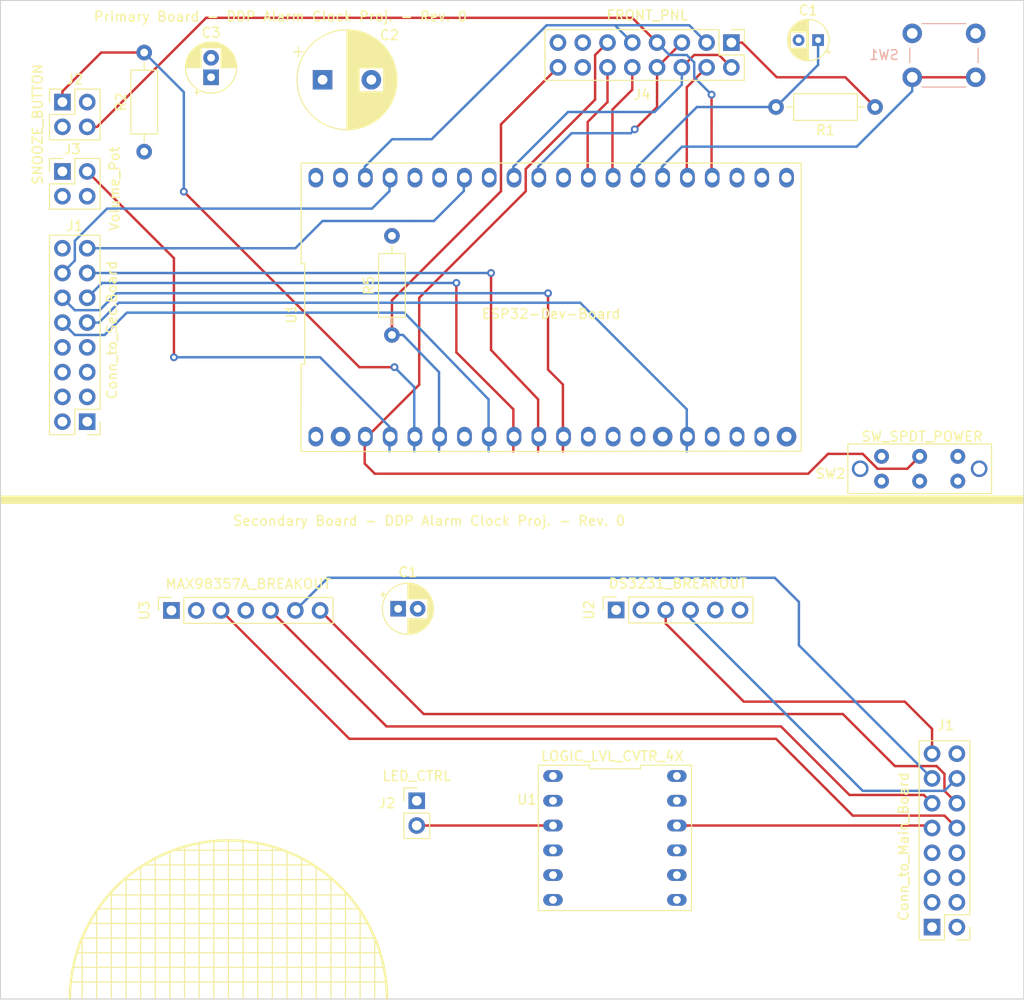
<source format=kicad_pcb>
(kicad_pcb (version 20171130) (host pcbnew "(5.1.5)-3")
  (layers (0 F.Cu signal) (1 PWR power hide) (2 GND power) (31 B.Cu signal) (34 B.Paste user) (35 F.Paste user) (36 B.SilkS user) (37 F.SilkS user) (38 B.Mask user) (39 F.Mask user) (44 Edge.Cuts user))
  (net 0 "")
  (net 1 GND)
  (net 2 "Net-(C1-Pad1)")
  (net 3 +5V)
  (net 4 +3V3)
  (net 5 /I2C_SDA)
  (net 6 /I2C_SCL)
  (net 7 /AUDIO_BCLK)
  (net 8 /AUDIO_LRC)
  (net 9 /AUDIO_DIN)
  (net 10 /AUDIO_SD)
  (net 11 /LED_CTRL)
  (net 12 /DIMMING)
  (net 13 /SNOOZE_SWITCH)
  (net 14 /VOLUME_SIG)
  (net 15 /T_IRQ)
  (net 16 /MISO)
  (net 17 /MOSI)
  (net 18 /T_CS)
  (net 19 /SCK)
  (net 20 /DC)
  (net 21 /RESET)
  (net 22 /CS)
  (net 23 /LIGHT_SENSE)
  (net 24 "Net-(SW1-Pad1)")
  (net 25 "Net-(SW2-Pad1)")
  (net 26 "Net-(U1-Pad0)")
  (net 27 "Net-(U1-Pad35)")
  (net 28 "Net-(U1-Pad34)")
  (net 29 "Net-(U1-Pad6)")
  (net 30 "Net-(U1-Pad29)")
  (net 31 "Net-(U1-Pad11)")
  (net 32 "Net-(U1-Pad12)")
  (net 33 "Net-(U1-Pad13)")
  (net 34 "Net-(U1-Pad16)")
  (net 35 "Net-(U1-Pad22)")
  (net 36 "Net-(U1-Pad17)")
  (net 37 "Net-(U1-Pad21)")
  (net 38 "Net-(U1-Pad18)")
  (net 39 "Net-(U1-Pad20)")
  (net 40 /LED_CTRL_5V)
  (net 41 "Net-(U1-Pad7)")
  (net 42 "Net-(U1-Pad5)")
  (net 43 "Net-(U1-Pad8)")
  (net 44 "Net-(U1-Pad4)")
  (net 45 "Net-(U1-Pad9)")
  (net 46 "Net-(U2-Pad6)")
  (net 47 "Net-(U2-Pad5)")
  (net 48 /AUDIO_SD_S)
  (net 49 /LED_CTRL_S)
  (net 50 /AUDIO_LRC_S)
  (net 51 /AUDIO_DIN_S)
  (net 52 /I2C_SCL_S)
  (net 53 /AUDIO_BCLK_S)
  (net 54 /I2C_SDA_S)
  (module AlarmClock:SW_SK22H03_2P2T_RA (layer F.Cu) (at 178.562 89.154)
    (fp_text reference SW2 (at -1.778 -2.032) (layer F.SilkS))
    (fp_text value SW_SPDT_POWER (at 7.62 -5.842) (layer F.SilkS))
    (pad 4 thru_hole circle (at 3.46 -1.27) (size 1.524 1.524) (drill 0.762) (layers *.Cu *.Mask))
    (pad 5 thru_hole circle (at 7.366 -1.27) (size 1.524 1.524) (drill 0.762) (layers *.Cu *.Mask))
    (pad 6 thru_hole circle (at 11.272 -1.27) (size 1.524 1.524) (drill 0.762) (layers *.Cu *.Mask))
    (pad 1 thru_hole circle (at 3.46 -3.81) (size 1.524 1.524) (drill 0.762) (layers *.Cu *.Mask) (net 25 "Net-(SW2-Pad1)"))
    (pad 3 thru_hole circle (at 11.272 -3.81) (size 1.524 1.524) (drill 0.762) (layers *.Cu *.Mask) (net 1 GND))
    (pad 2 thru_hole circle (at 7.366 -3.81) (size 1.524 1.524) (drill 0.762) (layers *.Cu *.Mask) (net 21 /RESET))
    (pad "" np_thru_hole circle (at 1.27 -2.54) (size 1.7 1.7) (drill 1.2) (layers *.Cu *.Mask))
    (pad "" np_thru_hole circle (at 13.462 -2.54) (size 1.7 1.7) (drill 1.2) (layers *.Cu *.Mask))
  )
  (module AlarmClock:ESP32_DEV_BOARD (layer F.Cu) (at 122.75 55.5)
    (fp_text reference U1 (at -1.23 15.24 90) (layer F.SilkS))
    (fp_text value ESP32-Dev-Board (at 25.4 15.24) (layer F.SilkS))
    (pad 0 thru_hole oval (at 1.27 1.27) (size 1.5 2) (drill 1.02) (layers *.Cu *.Mask) (net 26 "Net-(U1-Pad0)"))
    (pad 0 thru_hole oval (at 1.27 27.82) (size 1.5 2) (drill 1.02) (layers *.Cu *.Mask) (net 26 "Net-(U1-Pad0)"))
    (pad 38 thru_hole oval (at 3.81 1.27) (size 1.5 2) (drill 1.02) (layers *.Cu *.Mask) (net 1 GND))
    (pad 1 thru_hole circle (at 3.81 27.82) (size 2 2) (drill 1.02) (layers *.Cu *.Mask) (net 4 +3V3))
    (pad 37 thru_hole oval (at 6.35 1.27) (size 1.5 2) (drill 1.02) (layers *.Cu *.Mask) (net 17 /MOSI))
    (pad 2 thru_hole oval (at 6.35 27.82) (size 1.5 2) (drill 1.02) (layers *.Cu *.Mask) (net 21 /RESET))
    (pad 36 thru_hole oval (at 8.89 1.27) (size 1.5 2) (drill 1.02) (layers *.Cu *.Mask) (net 6 /I2C_SCL))
    (pad 3 thru_hole oval (at 8.89 27.82) (size 1.5 2) (drill 1.02) (layers *.Cu *.Mask) (net 14 /VOLUME_SIG))
    (pad 35 thru_hole oval (at 11.43 1.27) (size 1.5 2) (drill 1.02) (layers *.Cu *.Mask) (net 27 "Net-(U1-Pad35)"))
    (pad 4 thru_hole oval (at 11.43 27.82) (size 1.5 2) (drill 1.02) (layers *.Cu *.Mask) (net 13 /SNOOZE_SWITCH))
    (pad 34 thru_hole oval (at 13.97 1.27) (size 1.5 2) (drill 1.02) (layers *.Cu *.Mask) (net 28 "Net-(U1-Pad34)"))
    (pad 5 thru_hole oval (at 13.97 27.82) (size 1.5 2) (drill 1.02) (layers *.Cu *.Mask) (net 23 /LIGHT_SENSE))
    (pad 33 thru_hole oval (at 16.51 1.27) (size 1.5 2) (drill 1.02) (layers *.Cu *.Mask) (net 5 /I2C_SDA))
    (pad 6 thru_hole oval (at 16.51 27.82) (size 1.5 2) (drill 1.02) (layers *.Cu *.Mask) (net 29 "Net-(U1-Pad6)"))
    (pad 32 thru_hole oval (at 19.05 1.27) (size 1.5 2) (drill 1.02) (layers *.Cu *.Mask) (net 1 GND))
    (pad 7 thru_hole oval (at 19.05 27.82) (size 1.5 2) (drill 1.02) (layers *.Cu *.Mask) (net 10 /AUDIO_SD))
    (pad 31 thru_hole oval (at 21.59 1.27) (size 1.5 2) (drill 1.02) (layers *.Cu *.Mask) (net 16 /MISO))
    (pad 8 thru_hole oval (at 21.59 27.82) (size 1.5 2) (drill 1.02) (layers *.Cu *.Mask) (net 9 /AUDIO_DIN))
    (pad 30 thru_hole oval (at 24.13 1.27) (size 1.5 2) (drill 1.02) (layers *.Cu *.Mask) (net 19 /SCK))
    (pad 9 thru_hole oval (at 24.13 27.82) (size 1.5 2) (drill 1.02) (layers *.Cu *.Mask) (net 7 /AUDIO_BCLK))
    (pad 29 thru_hole oval (at 26.67 1.27) (size 1.5 2) (drill 1.02) (layers *.Cu *.Mask) (net 30 "Net-(U1-Pad29)"))
    (pad 10 thru_hole oval (at 26.67 27.82) (size 1.5 2) (drill 1.02) (layers *.Cu *.Mask) (net 8 /AUDIO_LRC))
    (pad 28 thru_hole oval (at 29.21 1.27) (size 1.5 2) (drill 1.02) (layers *.Cu *.Mask) (net 22 /CS))
    (pad 11 thru_hole oval (at 29.21 27.82) (size 1.5 2) (drill 1.02) (layers *.Cu *.Mask) (net 31 "Net-(U1-Pad11)"))
    (pad 27 thru_hole oval (at 31.75 1.27) (size 1.5 2) (drill 1.02) (layers *.Cu *.Mask) (net 20 /DC))
    (pad 12 thru_hole oval (at 31.75 27.82) (size 1.5 2) (drill 1.02) (layers *.Cu *.Mask) (net 32 "Net-(U1-Pad12)"))
    (pad 26 thru_hole oval (at 34.29 1.27) (size 1.5 2) (drill 1.02) (layers *.Cu *.Mask) (net 2 "Net-(C1-Pad1)"))
    (pad 13 thru_hole oval (at 34.29 27.82) (size 1.5 2) (drill 1.02) (layers *.Cu *.Mask) (net 33 "Net-(U1-Pad13)"))
    (pad 25 thru_hole oval (at 36.83 1.27) (size 1.5 2) (drill 1.02) (layers *.Cu *.Mask) (net 24 "Net-(SW1-Pad1)"))
    (pad 14 thru_hole circle (at 36.83 27.82) (size 2 2) (drill 1.02) (layers *.Cu *.Mask) (net 1 GND))
    (pad 24 thru_hole oval (at 39.37 1.27) (size 1.5 2) (drill 1.02) (layers *.Cu *.Mask) (net 18 /T_CS))
    (pad 15 thru_hole oval (at 39.37 27.82) (size 1.5 2) (drill 1.02) (layers *.Cu *.Mask) (net 11 /LED_CTRL))
    (pad 23 thru_hole oval (at 41.91 1.27) (size 1.5 2) (drill 1.02) (layers *.Cu *.Mask) (net 12 /DIMMING))
    (pad 16 thru_hole oval (at 41.91 27.82) (size 1.5 2) (drill 1.02) (layers *.Cu *.Mask) (net 34 "Net-(U1-Pad16)"))
    (pad 22 thru_hole oval (at 44.45 1.27) (size 1.5 2) (drill 1.02) (layers *.Cu *.Mask) (net 35 "Net-(U1-Pad22)"))
    (pad 17 thru_hole oval (at 44.45 27.82) (size 1.5 2) (drill 1.02) (layers *.Cu *.Mask) (net 36 "Net-(U1-Pad17)"))
    (pad 21 thru_hole oval (at 46.99 1.27) (size 1.5 2) (drill 1.02) (layers *.Cu *.Mask) (net 37 "Net-(U1-Pad21)"))
    (pad 18 thru_hole oval (at 46.99 27.82) (size 1.5 2) (drill 1.02) (layers *.Cu *.Mask) (net 38 "Net-(U1-Pad18)"))
    (pad 20 thru_hole oval (at 49.53 1.27) (size 1.5 2) (drill 1.02) (layers *.Cu *.Mask) (net 39 "Net-(U1-Pad20)"))
    (pad 19 thru_hole circle (at 49.53 27.82) (size 2 2) (drill 1.02) (layers *.Cu *.Mask) (net 3 +5V))
  )
  (module Button_Switch_THT:SW_PUSH_6mm (layer B.Cu) (at 185.166 46.482)
    (fp_text reference SW1 (at -2.8956 -2.286) (layer B.SilkS) (effects (justify mirror)))
    (fp_text value SW_Push_BOOT)
    (pad 1 thru_hole circle (at 6.5 0 270) (size 2 2) (drill 1.1) (layers *.Cu *.Mask) (net 24 "Net-(SW1-Pad1)"))
    (pad 2 thru_hole circle (at 6.5 -4.5 270) (size 2 2) (drill 1.1) (layers *.Cu *.Mask) (net 1 GND))
    (pad 1 thru_hole circle (at 0 0 270) (size 2 2) (drill 1.1) (layers *.Cu *.Mask) (net 24 "Net-(SW1-Pad1)"))
    (pad 2 thru_hole circle (at 0 -4.5 270) (size 2 2) (drill 1.1) (layers *.Cu *.Mask) (net 1 GND))
  )
  (module Resistor_THT:R_Axial_DIN0207_L6.3mm_D2.5mm_P10.16mm_Horizontal (layer F.Cu) (at 106.426 54.102 90)
    (fp_text reference R2 (at 5.08 -2.37 90) (layer F.SilkS))
    (fp_text value R_US_5K)
    (pad 1 thru_hole circle (at 0 0 90) (size 1.6 1.6) (drill 0.8) (layers *.Cu *.Mask) (net 4 +3V3))
    (pad 2 thru_hole oval (at 10.16 0 90) (size 1.6 1.6) (drill 0.8) (layers *.Cu *.Mask) (net 13 /SNOOZE_SWITCH))
  )
  (module Connector_PinHeader_2.54mm:PinHeader_2x02_P2.54mm_Vertical (layer F.Cu) (at 98.044 49.022)
    (fp_text reference J2 (at 1.27 -2.33) (layer F.SilkS))
    (fp_text value SNOOZE_BUTTON (at -2.54 2.286 90) (layer F.SilkS))
    (pad 4 thru_hole oval (at 2.54 2.54) (size 1.7 1.7) (drill 1) (layers *.Cu *.Mask) (net 12 /DIMMING))
    (pad 3 thru_hole oval (at 0 2.54) (size 1.7 1.7) (drill 1) (layers *.Cu *.Mask) (net 1 GND))
    (pad 2 thru_hole oval (at 2.54 0) (size 1.7 1.7) (drill 1) (layers *.Cu *.Mask) (net 1 GND))
    (pad 1 thru_hole rect (at 0 0) (size 1.7 1.7) (drill 1) (layers *.Cu *.Mask) (net 13 /SNOOZE_SWITCH))
  )
  (module Capacitor_THT:CP_Radial_D10.0mm_P5.00mm (layer F.Cu) (at 124.714 46.736)
    (fp_text reference C2 (at 6.858 -4.572) (layer F.SilkS))
    (fp_text value CP_1000uF)
    (pad 2 thru_hole circle (at 5 0) (size 2 2) (drill 1) (layers *.Cu *.Mask) (net 1 GND))
    (pad 1 thru_hole rect (at 0 0) (size 2 2) (drill 1) (layers *.Cu *.Mask) (net 3 +5V))
  )
  (module Connector_PinHeader_2.54mm:PinHeader_2x08_P2.54mm_Vertical (layer F.Cu) (at 166.624 42.926 270)
    (fp_text reference J4 (at 5.334 9.144 180) (layer F.SilkS))
    (fp_text value FRONT_PNL (at -2.794 8.636 180) (layer F.SilkS))
    (pad 1 thru_hole rect (at 0 0 270) (size 1.7 1.7) (drill 1) (layers *.Cu *.Mask) (net 15 /T_IRQ))
    (pad 2 thru_hole oval (at 2.54 0 270) (size 1.7 1.7) (drill 1) (layers *.Cu *.Mask) (net 16 /MISO))
    (pad 3 thru_hole oval (at 0 2.54 270) (size 1.7 1.7) (drill 1) (layers *.Cu *.Mask) (net 17 /MOSI))
    (pad 4 thru_hole oval (at 2.54 2.54 270) (size 1.7 1.7) (drill 1) (layers *.Cu *.Mask) (net 18 /T_CS))
    (pad 5 thru_hole oval (at 0 5.08 270) (size 1.7 1.7) (drill 1) (layers *.Cu *.Mask) (net 19 /SCK))
    (pad 6 thru_hole oval (at 2.54 5.08 270) (size 1.7 1.7) (drill 1) (layers *.Cu *.Mask) (net 16 /MISO))
    (pad 7 thru_hole oval (at 0 7.62 270) (size 1.7 1.7) (drill 1) (layers *.Cu *.Mask) (net 12 /DIMMING))
    (pad 8 thru_hole oval (at 2.54 7.62 270) (size 1.7 1.7) (drill 1) (layers *.Cu *.Mask) (net 19 /SCK))
    (pad 9 thru_hole oval (at 0 10.16 270) (size 1.7 1.7) (drill 1) (layers *.Cu *.Mask) (net 17 /MOSI))
    (pad 10 thru_hole oval (at 2.54 10.16 270) (size 1.7 1.7) (drill 1) (layers *.Cu *.Mask) (net 20 /DC))
    (pad 11 thru_hole oval (at 0 12.7 270) (size 1.7 1.7) (drill 1) (layers *.Cu *.Mask) (net 21 /RESET))
    (pad 12 thru_hole oval (at 2.54 12.7 270) (size 1.7 1.7) (drill 1) (layers *.Cu *.Mask) (net 22 /CS))
    (pad 13 thru_hole oval (at 0 15.24 270) (size 1.7 1.7) (drill 1) (layers *.Cu *.Mask) (net 1 GND))
    (pad 14 thru_hole oval (at 2.54 15.24 270) (size 1.7 1.7) (drill 1) (layers *.Cu *.Mask) (net 4 +3V3))
    (pad 15 thru_hole oval (at 0 17.78 270) (size 1.7 1.7) (drill 1) (layers *.Cu *.Mask) (net 4 +3V3))
    (pad 16 thru_hole oval (at 2.54 17.78 270) (size 1.7 1.7) (drill 1) (layers *.Cu *.Mask) (net 23 /LIGHT_SENSE))
  )
  (module Connector_PinHeader_2.54mm:PinHeader_2x08_P2.54mm_Vertical (layer F.Cu) (at 100.584 81.788 180)
    (fp_text reference J1 (at 1.27 20.066) (layer F.SilkS))
    (fp_text value Conn_to_Sec.Board (at -2.54 9.398 90) (layer F.SilkS))
    (pad 16 thru_hole oval (at 2.54 17.78 180) (size 1.7 1.7) (drill 1) (layers *.Cu *.Mask))
    (pad 15 thru_hole oval (at 0 17.78 180) (size 1.7 1.7) (drill 1) (layers *.Cu *.Mask) (net 5 /I2C_SDA))
    (pad 14 thru_hole oval (at 2.54 15.24 180) (size 1.7 1.7) (drill 1) (layers *.Cu *.Mask) (net 6 /I2C_SCL))
    (pad 13 thru_hole oval (at 0 15.24 180) (size 1.7 1.7) (drill 1) (layers *.Cu *.Mask) (net 7 /AUDIO_BCLK))
    (pad 12 thru_hole oval (at 2.54 12.7 180) (size 1.7 1.7) (drill 1) (layers *.Cu *.Mask) (net 8 /AUDIO_LRC))
    (pad 11 thru_hole oval (at 0 12.7 180) (size 1.7 1.7) (drill 1) (layers *.Cu *.Mask) (net 9 /AUDIO_DIN))
    (pad 10 thru_hole oval (at 2.54 10.16 180) (size 1.7 1.7) (drill 1) (layers *.Cu *.Mask) (net 10 /AUDIO_SD))
    (pad 9 thru_hole oval (at 0 10.16 180) (size 1.7 1.7) (drill 1) (layers *.Cu *.Mask) (net 11 /LED_CTRL))
    (pad 8 thru_hole oval (at 2.54 7.62 180) (size 1.7 1.7) (drill 1) (layers *.Cu *.Mask) (net 4 +3V3))
    (pad 7 thru_hole oval (at 0 7.62 180) (size 1.7 1.7) (drill 1) (layers *.Cu *.Mask) (net 4 +3V3))
    (pad 6 thru_hole oval (at 2.54 5.08 180) (size 1.7 1.7) (drill 1) (layers *.Cu *.Mask) (net 1 GND))
    (pad 5 thru_hole oval (at 0 5.08 180) (size 1.7 1.7) (drill 1) (layers *.Cu *.Mask) (net 1 GND))
    (pad 4 thru_hole oval (at 2.54 2.54 180) (size 1.7 1.7) (drill 1) (layers *.Cu *.Mask) (net 3 +5V))
    (pad 3 thru_hole oval (at 0 2.54 180) (size 1.7 1.7) (drill 1) (layers *.Cu *.Mask) (net 3 +5V))
    (pad 2 thru_hole oval (at 2.54 0 180) (size 1.7 1.7) (drill 1) (layers *.Cu *.Mask) (net 1 GND))
    (pad 1 thru_hole rect (at 0 0 180) (size 1.7 1.7) (drill 1) (layers *.Cu *.Mask) (net 1 GND))
  )
  (module Connector_PinHeader_2.54mm:PinHeader_2x02_P2.54mm_Vertical (layer F.Cu) (at 98.044 56.134)
    (fp_text reference J3 (at 1.016 -2.286) (layer F.SilkS))
    (fp_text value Volume_Pot (at 5.334 1.778 90) (layer F.SilkS))
    (pad 1 thru_hole rect (at 0 0) (size 1.7 1.7) (drill 1) (layers *.Cu *.Mask) (net 4 +3V3))
    (pad 2 thru_hole oval (at 2.54 0) (size 1.7 1.7) (drill 1) (layers *.Cu *.Mask) (net 14 /VOLUME_SIG))
    (pad 3 thru_hole oval (at 0 2.54) (size 1.7 1.7) (drill 1) (layers *.Cu *.Mask) (net 1 GND))
    (pad 4 thru_hole oval (at 2.54 2.54) (size 1.7 1.7) (drill 1) (layers *.Cu *.Mask))
  )
  (module Resistor_THT:R_Axial_DIN0207_L6.3mm_D2.5mm_P10.16mm_Horizontal (layer F.Cu) (at 181.356 49.53 180)
    (fp_text reference R1 (at 5.08 -2.37) (layer F.SilkS))
    (fp_text value R_5k)
    (pad 2 thru_hole oval (at 10.16 0 180) (size 1.6 1.6) (drill 0.8) (layers *.Cu *.Mask) (net 2 "Net-(C1-Pad1)"))
    (pad 1 thru_hole circle (at 0 0 180) (size 1.6 1.6) (drill 0.8) (layers *.Cu *.Mask) (net 15 /T_IRQ))
  )
  (module Capacitor_THT:CP_Radial_D4.0mm_P2.00mm (layer F.Cu) (at 175.514 42.672 180)
    (fp_text reference C1 (at 1.016 3.048) (layer F.SilkS))
    (fp_text value CP_.1Uf)
    (pad 2 thru_hole circle (at 2 0 180) (size 1.2 1.2) (drill 0.6) (layers *.Cu *.Mask) (net 1 GND))
    (pad 1 thru_hole rect (at 0 0 180) (size 1.2 1.2) (drill 0.6) (layers *.Cu *.Mask) (net 2 "Net-(C1-Pad1)"))
  )
  (module Resistor_THT:R_Axial_DIN0207_L6.3mm_D2.5mm_P10.16mm_Horizontal (layer F.Cu) (at 131.826 72.898 90)
    (fp_text reference R5 (at 5.08 -2.37 90) (layer F.SilkS))
    (fp_text value R_51K)
    (pad 2 thru_hole oval (at 10.16 0 90) (size 1.6 1.6) (drill 0.8) (layers *.Cu *.Mask) (net 1 GND))
    (pad 1 thru_hole circle (at 0 0 90) (size 1.6 1.6) (drill 0.8) (layers *.Cu *.Mask) (net 23 /LIGHT_SENSE))
  )
  (module Capacitor_THT:CP_Radial_D5.0mm_P2.00mm (layer F.Cu) (at 113.284 46.482 90)
    (fp_text reference C3 (at 4.572 0 180) (layer F.SilkS))
    (fp_text value CP_220uF)
    (pad 2 thru_hole circle (at 2 0 90) (size 1.6 1.6) (drill 0.8) (layers *.Cu *.Mask) (net 1 GND))
    (pad 1 thru_hole rect (at 0 0 90) (size 1.6 1.6) (drill 0.8) (layers *.Cu *.Mask) (net 4 +3V3))
  )
  (module Connector_PinSocket_2.54mm:PinSocket_1x06_P2.54mm_Vertical (layer F.Cu) (at 154.813 101.092 90)
    (fp_text reference U2 (at 0 -2.77 90) (layer F.SilkS))
    (fp_text value DS3231_BREAKOUT (at 2.714001 6.313999 180) (layer F.SilkS))
    (pad 6 thru_hole oval (at 0 12.7 90) (size 1.7 1.7) (drill 1) (layers *.Cu *.Mask) (net 46 "Net-(U2-Pad6)"))
    (pad 5 thru_hole oval (at 0 10.16 90) (size 1.7 1.7) (drill 1) (layers *.Cu *.Mask) (net 47 "Net-(U2-Pad5)"))
    (pad 4 thru_hole oval (at 0 7.62 90) (size 1.7 1.7) (drill 1) (layers *.Cu *.Mask) (net 52 /I2C_SCL_S))
    (pad 3 thru_hole oval (at 0 5.08 90) (size 1.7 1.7) (drill 1) (layers *.Cu *.Mask) (net 54 /I2C_SDA_S))
    (pad 2 thru_hole oval (at 0 2.54 90) (size 1.7 1.7) (drill 1) (layers *.Cu *.Mask) (net 4 +3V3))
    (pad 1 thru_hole rect (at 0 0 90) (size 1.7 1.7) (drill 1) (layers *.Cu *.Mask) (net 1 GND))
  )
  (module Connector_PinHeader_2.54mm:PinHeader_1x02_P2.54mm_Vertical (layer F.Cu) (at 134.366 120.65)
    (fp_text reference J2 (at -3.048 0.254) (layer F.SilkS))
    (fp_text value LED_CTRL (at 0 -2.54) (layer F.SilkS))
    (pad 2 thru_hole oval (at 0 2.54) (size 1.7 1.7) (drill 1) (layers *.Cu *.Mask) (net 40 /LED_CTRL_5V))
    (pad 1 thru_hole rect (at 0 0) (size 1.7 1.7) (drill 1) (layers *.Cu *.Mask) (net 1 GND))
  )
  (module AlarmClock:PinHeader_2x08_P2.54mm_Vertical_REV (layer F.Cu) (at 189.738 133.604 180)
    (fp_text reference J1 (at 1.143 20.701) (layer F.SilkS))
    (fp_text value Conn_to_Main_Board (at 5.461 8.255 90) (layer F.SilkS))
    (pad 2 thru_hole circle (at 0 0 180) (size 1.7 1.7) (drill 1) (layers *.Cu *.Mask) (net 1 GND))
    (pad 1 thru_hole rect (at 2.54 0 180) (size 1.7 1.7) (drill 1) (layers *.Cu *.Mask) (net 1 GND))
    (pad 4 thru_hole oval (at 0 2.54 180) (size 1.7 1.7) (drill 1) (layers *.Cu *.Mask) (net 3 +5V))
    (pad 3 thru_hole oval (at 2.54 2.54 180) (size 1.7 1.7) (drill 1) (layers *.Cu *.Mask) (net 3 +5V))
    (pad 6 thru_hole oval (at 0 5.08 180) (size 1.7 1.7) (drill 1) (layers *.Cu *.Mask) (net 1 GND))
    (pad 5 thru_hole oval (at 2.54 5.08 180) (size 1.7 1.7) (drill 1) (layers *.Cu *.Mask) (net 1 GND))
    (pad 8 thru_hole oval (at 0 7.62 180) (size 1.7 1.7) (drill 1) (layers *.Cu *.Mask) (net 4 +3V3))
    (pad 7 thru_hole oval (at 2.54 7.62 180) (size 1.7 1.7) (drill 1) (layers *.Cu *.Mask) (net 4 +3V3))
    (pad 10 thru_hole oval (at 0 10.16 180) (size 1.7 1.7) (drill 1) (layers *.Cu *.Mask) (net 48 /AUDIO_SD_S))
    (pad 9 thru_hole oval (at 2.54 10.16 180) (size 1.7 1.7) (drill 1) (layers *.Cu *.Mask) (net 49 /LED_CTRL_S))
    (pad 12 thru_hole oval (at 0 12.7 180) (size 1.7 1.7) (drill 1) (layers *.Cu *.Mask) (net 50 /AUDIO_LRC_S))
    (pad 11 thru_hole oval (at 2.54 12.7 180) (size 1.7 1.7) (drill 1) (layers *.Cu *.Mask) (net 51 /AUDIO_DIN_S))
    (pad 14 thru_hole oval (at 0 15.24 180) (size 1.7 1.7) (drill 1) (layers *.Cu *.Mask) (net 52 /I2C_SCL_S))
    (pad 13 thru_hole oval (at 2.54 15.24 180) (size 1.7 1.7) (drill 1) (layers *.Cu *.Mask) (net 53 /AUDIO_BCLK_S))
    (pad 16 thru_hole oval (at 0 17.78 180) (size 1.7 1.7) (drill 1) (layers *.Cu *.Mask))
    (pad 15 thru_hole oval (at 2.54 17.78 180) (size 1.7 1.7) (drill 1) (layers *.Cu *.Mask) (net 54 /I2C_SDA_S))
  )
  (module Connector_PinSocket_2.54mm:PinSocket_1x07_P2.54mm_Vertical (layer F.Cu) (at 109.22 101.139001 90)
    (fp_text reference U3 (at 0 -2.77 90) (layer F.SilkS))
    (fp_text value MAX98357A_BREAKOUT (at 2.714001 7.874 180) (layer F.SilkS))
    (pad 7 thru_hole oval (at 0 15.24 90) (size 1.7 1.7) (drill 1) (layers *.Cu *.Mask) (net 50 /AUDIO_LRC_S))
    (pad 6 thru_hole oval (at 0 12.7 90) (size 1.7 1.7) (drill 1) (layers *.Cu *.Mask) (net 53 /AUDIO_BCLK_S))
    (pad 5 thru_hole oval (at 0 10.16 90) (size 1.7 1.7) (drill 1) (layers *.Cu *.Mask) (net 51 /AUDIO_DIN_S))
    (pad 4 thru_hole oval (at 0 7.62 90) (size 1.7 1.7) (drill 1) (layers *.Cu *.Mask) (net 4 +3V3))
    (pad 3 thru_hole oval (at 0 5.08 90) (size 1.7 1.7) (drill 1) (layers *.Cu *.Mask) (net 48 /AUDIO_SD_S))
    (pad 2 thru_hole oval (at 0 2.54 90) (size 1.7 1.7) (drill 1) (layers *.Cu *.Mask) (net 1 GND))
    (pad 1 thru_hole rect (at 0 0 90) (size 1.7 1.7) (drill 1) (layers *.Cu *.Mask) (net 4 +3V3))
  )
  (module AlarmClock:LOGIC_LVL_CVTR_X4 (layer F.Cu) (at 147.066 132.08)
    (fp_text reference U1 (at -1.397 -11.557) (layer F.SilkS))
    (fp_text value LOGIC_LVL_CVTR_4X (at 7.366 -16.002) (layer F.SilkS))
    (pad 6 thru_hole oval (at 1.27 -1.27 270) (size 1.2 2) (drill 0.8) (layers *.Cu *.Mask) (net 29 "Net-(U1-Pad6)"))
    (pad 7 thru_hole oval (at 13.97 -1.27 270) (size 1.2 2) (drill 0.8) (layers *.Cu *.Mask) (net 41 "Net-(U1-Pad7)"))
    (pad 5 thru_hole oval (at 1.27 -3.81 270) (size 1.2 2) (drill 0.8) (layers *.Cu *.Mask) (net 42 "Net-(U1-Pad5)"))
    (pad 8 thru_hole oval (at 13.97 -3.81 270) (size 1.2 2) (drill 0.8) (layers *.Cu *.Mask) (net 43 "Net-(U1-Pad8)"))
    (pad 4 thru_hole oval (at 1.27 -6.35 270) (size 1.2 2) (drill 0.8) (layers *.Cu *.Mask) (net 44 "Net-(U1-Pad4)"))
    (pad 9 thru_hole oval (at 13.97 -6.35 270) (size 1.2 2) (drill 0.8) (layers *.Cu *.Mask) (net 45 "Net-(U1-Pad9)"))
    (pad 3 thru_hole oval (at 1.27 -8.89 270) (size 1.2 2) (drill 0.8) (layers *.Cu *.Mask) (net 40 /LED_CTRL_5V))
    (pad 10 thru_hole oval (at 13.97 -8.89 270) (size 1.2 2) (drill 0.8) (layers *.Cu *.Mask) (net 49 /LED_CTRL_S))
    (pad 2 thru_hole oval (at 1.27 -11.43 270) (size 1.2 2) (drill 0.8) (layers *.Cu *.Mask) (net 1 GND))
    (pad 11 thru_hole oval (at 13.97 -11.43 270) (size 1.2 2) (drill 0.8) (layers *.Cu *.Mask) (net 1 GND))
    (pad 1 thru_hole oval (at 1.27 -13.97 270) (size 1.2 2) (drill 0.8) (layers *.Cu *.Mask) (net 3 +5V))
    (pad 12 thru_hole oval (at 13.97 -13.97 270) (size 1.2 2) (drill 0.8) (layers *.Cu *.Mask) (net 4 +3V3))
  )
  (module Capacitor_THT:CP_Radial_D5.0mm_P2.00mm (layer F.Cu) (at 132.461 100.965)
    (fp_text reference C1 (at 1 -3.75) (layer F.SilkS))
    (fp_text value 100uF)
    (pad 2 thru_hole circle (at 2 0) (size 1.6 1.6) (drill 0.8) (layers *.Cu *.Mask) (net 1 GND))
    (pad 1 thru_hole rect (at 0 0) (size 1.6 1.6) (drill 0.8) (layers *.Cu *.Mask) (net 4 +3V3))
  )
  (gr_line (start 100.062 134.747) (end 100.062 140.97) (layer F.SilkS) (width 0.12))
  (gr_line (start 101.562 131.953) (end 101.562 140.97) (layer F.SilkS) (width 0.12))
  (gr_line (start 103.062 130.048) (end 103.062 140.97) (layer F.SilkS) (width 0.12))
  (gr_line (start 104.562 128.651) (end 104.562 140.97) (layer F.SilkS) (width 0.12))
  (gr_line (start 106.062 127.508) (end 106.062 140.97) (layer F.SilkS) (width 0.12))
  (gr_line (start 107.562 126.619) (end 107.562 140.97) (layer F.SilkS) (width 0.12))
  (gr_line (start 109.062 125.857) (end 109.062 140.97) (layer F.SilkS) (width 0.12))
  (gr_line (start 110.562 125.349) (end 110.562 140.97) (layer F.SilkS) (width 0.12))
  (gr_line (start 112.062 124.968) (end 112.062 140.97) (layer F.SilkS) (width 0.12))
  (gr_line (start 113.562 124.714) (end 113.562 140.97) (layer F.SilkS) (width 0.12))
  (gr_line (start 130.062 134.62) (end 130.062 140.97) (layer F.SilkS) (width 0.12))
  (gr_line (start 128.562 131.953) (end 128.562 140.97) (layer F.SilkS) (width 0.12))
  (gr_line (start 127.062 130.048) (end 127.062 140.97) (layer F.SilkS) (width 0.12))
  (gr_line (start 125.562 128.524) (end 125.562 140.97) (layer F.SilkS) (width 0.12))
  (gr_line (start 124.062 127.508) (end 124.062 140.97) (layer F.SilkS) (width 0.12))
  (gr_line (start 122.555 126.619) (end 122.562 140.97) (layer F.SilkS) (width 0.12))
  (gr_line (start 121.062 125.857) (end 121.062 140.97) (layer F.SilkS) (width 0.12))
  (gr_line (start 119.562 125.349) (end 119.562 140.97) (layer F.SilkS) (width 0.12))
  (gr_line (start 118.062 124.968) (end 118.062 140.97) (layer F.SilkS) (width 0.12))
  (gr_line (start 116.562 124.714) (end 116.562 140.97) (layer F.SilkS) (width 0.12))
  (gr_line (start 98.933 139.23) (end 131.191 139.23) (layer F.SilkS) (width 0.12))
  (gr_line (start 99.187 137.73) (end 130.937 137.73) (layer F.SilkS) (width 0.12))
  (gr_line (start 99.568 136.23) (end 130.556 136.23) (layer F.SilkS) (width 0.12))
  (gr_line (start 100.076 134.73) (end 130.048 134.73) (layer F.SilkS) (width 0.12))
  (gr_line (start 100.838 133.23) (end 129.286 133.23) (layer F.SilkS) (width 0.12))
  (gr_line (start 101.6 131.73) (end 128.524 131.73) (layer F.SilkS) (width 0.12))
  (gr_line (start 102.87 130.302) (end 127.254 130.302) (layer F.SilkS) (width 0.12))
  (gr_line (start 104.394 128.73) (end 125.73 128.73) (layer F.SilkS) (width 0.12))
  (gr_line (start 106.426 127.23) (end 123.698 127.23) (layer F.SilkS) (width 0.12))
  (gr_line (start 109.474 125.73) (end 120.65 125.73) (layer F.SilkS) (width 0.12))
  (gr_line (start 115.062 124.714) (end 115.062 140.97) (layer F.SilkS) (width 0.12))
  (gr_poly (pts (xy 196.596 90.17) (xy 91.694 90.17) (xy 91.694 89.408) (xy 196.596 89.408)) (layer F.SilkS) (width 0.1))
  (gr_line (start 196.596 89.408) (end 196.596 90.17) (layer Edge.Cuts) (width 0.1))
  (gr_line (start 91.694 89.408) (end 91.694 90.17) (layer Edge.Cuts) (width 0.1))
  (gr_line (start 91.694 89.408) (end 91.694 38.608) (layer Edge.Cuts) (width 0.1))
  (gr_line (start 196.596 38.608) (end 196.596 89.408) (layer Edge.Cuts) (width 0.1))
  (gr_line (start 91.694 38.608) (end 196.596 38.608) (layer Edge.Cuts) (width 0.1))
  (gr_text "Primary Board - DDP Alarm Clock Proj. - Rev. 0" (at 120.396 40.259) (layer F.SilkS) (effects (font (size 1 1))))
  (gr_text "Secondary Board - DDP Alarm Clock Proj. - Rev. 0" (at 135.636 91.948) (layer F.SilkS) (effects (font (size 1 1))))
  (gr_line (start 196.596 140.97) (end 91.694 140.97) (layer Edge.Cuts) (width 0.1))
  (gr_line (start 91.694 140.97) (end 91.694 90.17) (layer Edge.Cuts) (width 0.1))
  (gr_line (start 196.596 90.17) (end 196.596 140.97) (layer Edge.Cuts) (width 0.1))
  (gr_arc (start 115.062 140.97) (end 131.318 140.97) (angle -180) (layer F.SilkS) (width 0.25))
  (segment (start 171.196 49.53) (end 163.088 49.53) (width 0.25) (layer B.Cu) (net 2))
  (segment (start 175.514 45.212) (end 175.514 42.672) (width 0.25) (layer B.Cu) (net 2))
  (segment (start 163.088 49.53) (end 156.972 55.646) (width 0.25) (layer B.Cu) (net 2))
  (segment (start 171.196 49.53) (end 175.514 45.212) (width 0.25) (layer B.Cu) (net 2))
  (segment (start 156.972 55.646) (end 156.972 56.896) (width 0.25) (layer B.Cu) (net 2))
  (segment (start 148.59 118.11) (end 148.336 118.11) (width 0.5) (layer B.Cu) (net 3))
  (segment (start 136.124 61.214) (end 139.192 58.146) (width 0.25) (layer B.Cu) (net 5))
  (segment (start 133.604 61.214) (end 136.124 61.214) (width 0.25) (layer B.Cu) (net 5))
  (segment (start 121.92 64.008) (end 124.714 61.214) (width 0.25) (layer B.Cu) (net 5))
  (segment (start 100.584 64.008) (end 121.92 64.008) (width 0.25) (layer B.Cu) (net 5))
  (segment (start 124.714 61.214) (end 133.604 61.214) (width 0.25) (layer B.Cu) (net 5))
  (segment (start 139.192 58.146) (end 139.192 56.896) (width 0.25) (layer B.Cu) (net 5))
  (segment (start 99.314 65.278) (end 99.314 63.246) (width 0.25) (layer B.Cu) (net 6))
  (segment (start 98.044 66.548) (end 99.314 65.278) (width 0.25) (layer B.Cu) (net 6))
  (segment (start 129.774 59.944) (end 131.572 58.146) (width 0.25) (layer B.Cu) (net 6))
  (segment (start 131.572 58.146) (end 131.572 56.896) (width 0.25) (layer B.Cu) (net 6))
  (segment (start 99.314 63.246) (end 102.616 59.944) (width 0.25) (layer B.Cu) (net 6))
  (segment (start 102.616 59.944) (end 129.774 59.944) (width 0.25) (layer B.Cu) (net 6))
  (segment (start 141.986 74.442) (end 141.986 67.113685) (width 0.25) (layer F.Cu) (net 7))
  (segment (start 146.812 84.836) (end 146.812 79.502) (width 0.25) (layer F.Cu) (net 7))
  (segment (start 141.986 67.113685) (end 141.986 66.548) (width 0.25) (layer F.Cu) (net 7))
  (segment (start 146.812 79.502) (end 141.986 74.442) (width 0.25) (layer F.Cu) (net 7))
  (segment (start 100.584 66.548) (end 141.986 66.548) (width 0.25) (layer B.Cu) (net 7))
  (via (at 141.986 66.548) (size 0.8) (drill 0.4) (layers F.Cu B.Cu) (net 7))
  (segment (start 103.59501 68.61699) (end 147.262311 68.61699) (width 0.25) (layer B.Cu) (net 8))
  (segment (start 147.262311 68.61699) (end 147.827996 68.61699) (width 0.25) (layer B.Cu) (net 8))
  (segment (start 101.854 70.358) (end 103.59501 68.61699) (width 0.25) (layer B.Cu) (net 8))
  (segment (start 98.044 69.088) (end 99.314 70.358) (width 0.25) (layer B.Cu) (net 8))
  (segment (start 99.314 70.358) (end 101.854 70.358) (width 0.25) (layer B.Cu) (net 8))
  (via (at 147.827996 68.61699) (size 0.8) (drill 0.4) (layers F.Cu B.Cu) (net 8))
  (segment (start 149.352 77.978) (end 149.352 84.836) (width 0.25) (layer F.Cu) (net 8))
  (segment (start 147.827996 68.61699) (end 147.827996 76.453996) (width 0.25) (layer F.Cu) (net 8))
  (segment (start 147.827996 76.453996) (end 149.352 77.978) (width 0.25) (layer F.Cu) (net 8))
  (segment (start 137.864315 67.564012) (end 138.43 67.564012) (width 0.25) (layer B.Cu) (net 9))
  (segment (start 100.584 69.088) (end 102.107988 67.564012) (width 0.25) (layer B.Cu) (net 9))
  (segment (start 138.43 74.676) (end 144.272 80.518) (width 0.25) (layer F.Cu) (net 9))
  (segment (start 102.107988 67.564012) (end 137.864315 67.564012) (width 0.25) (layer B.Cu) (net 9))
  (segment (start 144.272 80.518) (end 144.272 84.836) (width 0.25) (layer F.Cu) (net 9))
  (segment (start 138.43 74.676) (end 138.43 67.564012) (width 0.25) (layer F.Cu) (net 9))
  (via (at 138.43 67.564012) (size 0.8) (drill 0.4) (layers F.Cu B.Cu) (net 9))
  (segment (start 104.648 70.612) (end 133.096 70.612) (width 0.25) (layer B.Cu) (net 10))
  (segment (start 133.096 70.612) (end 141.732 79.502) (width 0.25) (layer B.Cu) (net 10))
  (segment (start 102.362 72.898) (end 104.648 70.612) (width 0.25) (layer B.Cu) (net 10))
  (segment (start 141.732 84.836) (end 141.732 83.586) (width 0.25) (layer B.Cu) (net 10))
  (segment (start 99.314 72.898) (end 102.362 72.898) (width 0.25) (layer B.Cu) (net 10))
  (segment (start 98.044 71.628) (end 99.314 72.898) (width 0.25) (layer B.Cu) (net 10))
  (segment (start 141.732 83.586) (end 141.732 79.502) (width 0.25) (layer B.Cu) (net 10))
  (segment (start 162.052 80.518) (end 151.13 69.596) (width 0.25) (layer B.Cu) (net 11))
  (segment (start 101.786081 71.628) (end 103.818081 69.596) (width 0.25) (layer B.Cu) (net 11))
  (segment (start 103.818081 69.596) (end 151.13 69.596) (width 0.25) (layer B.Cu) (net 11))
  (segment (start 162.052 84.836) (end 162.052 80.518) (width 0.25) (layer B.Cu) (net 11))
  (segment (start 100.584 71.628) (end 101.786081 71.628) (width 0.25) (layer B.Cu) (net 11))
  (segment (start 101.6 51.562) (end 112.776 40.386) (width 0.25) (layer F.Cu) (net 12))
  (segment (start 100.584 51.562) (end 101.6 51.562) (width 0.25) (layer F.Cu) (net 12))
  (segment (start 112.776 40.386) (end 142.24 40.386) (width 0.25) (layer F.Cu) (net 12))
  (segment (start 142.24 40.386) (end 156.464 40.386) (width 0.25) (layer F.Cu) (net 12))
  (segment (start 164.592 51.054) (end 164.592 51.054) (width 0.25) (layer F.Cu) (net 12))
  (via (at 164.592 48.26) (size 0.8) (drill 0.4) (layers F.Cu B.Cu) (net 12))
  (segment (start 164.592 56.896) (end 164.592 48.26) (width 0.25) (layer F.Cu) (net 12))
  (segment (start 158.154001 42.076001) (end 156.464 40.386) (width 0.25) (layer F.Cu) (net 12))
  (segment (start 159.004 42.926) (end 158.154001 42.076001) (width 0.25) (layer F.Cu) (net 12))
  (segment (start 159.853999 43.775999) (end 159.004 42.926) (width 0.25) (layer B.Cu) (net 12))
  (segment (start 162.814 46.482) (end 162.814 44.958) (width 0.25) (layer B.Cu) (net 12))
  (segment (start 162.814 44.958) (end 162.052 44.196) (width 0.25) (layer B.Cu) (net 12))
  (segment (start 164.592 48.26) (end 162.814 46.482) (width 0.25) (layer B.Cu) (net 12))
  (segment (start 162.052 44.196) (end 160.274 44.196) (width 0.25) (layer B.Cu) (net 12))
  (segment (start 160.274 44.196) (end 159.853999 43.775999) (width 0.25) (layer B.Cu) (net 12))
  (segment (start 128.48701 76.2) (end 110.889999 58.602989) (width 0.25) (layer F.Cu) (net 13))
  (segment (start 132.08 76.2) (end 128.48701 76.2) (width 0.25) (layer F.Cu) (net 13))
  (segment (start 98.044 47.922) (end 102.024 43.942) (width 0.25) (layer F.Cu) (net 13))
  (segment (start 134.112 78.232) (end 132.08 76.2) (width 0.25) (layer B.Cu) (net 13))
  (segment (start 110.889999 58.602989) (end 110.49 58.20299) (width 0.25) (layer F.Cu) (net 13))
  (segment (start 106.426 43.942) (end 110.49 48.006) (width 0.25) (layer B.Cu) (net 13))
  (segment (start 110.49 48.006) (end 110.49 58.20299) (width 0.25) (layer B.Cu) (net 13))
  (segment (start 98.044 49.022) (end 98.044 47.922) (width 0.25) (layer F.Cu) (net 13))
  (segment (start 134.112 84.836) (end 134.112 78.232) (width 0.25) (layer B.Cu) (net 13))
  (segment (start 105.29463 43.942) (end 106.426 43.942) (width 0.25) (layer F.Cu) (net 13))
  (segment (start 102.024 43.942) (end 105.29463 43.942) (width 0.25) (layer F.Cu) (net 13))
  (via (at 132.08 76.2) (size 0.8) (drill 0.4) (layers F.Cu B.Cu) (net 13))
  (via (at 110.49 58.20299) (size 0.8) (drill 0.4) (layers F.Cu B.Cu) (net 13))
  (segment (start 109.474 75.184) (end 109.474 65.024) (width 0.25) (layer F.Cu) (net 14))
  (segment (start 109.474 65.024) (end 100.584 56.134) (width 0.25) (layer F.Cu) (net 14))
  (via (at 109.474 75.184) (size 0.8) (drill 0.4) (layers F.Cu B.Cu) (net 14))
  (segment (start 124.46 75.184) (end 109.474 75.184) (width 0.25) (layer B.Cu) (net 14))
  (segment (start 131.572 84.836) (end 131.572 82.296) (width 0.25) (layer B.Cu) (net 14))
  (segment (start 131.572 82.296) (end 124.46 75.184) (width 0.25) (layer B.Cu) (net 14))
  (segment (start 166.624 42.926) (end 167.724 42.926) (width 0.25) (layer F.Cu) (net 15))
  (segment (start 178.308 46.482) (end 181.356 49.53) (width 0.25) (layer F.Cu) (net 15))
  (segment (start 167.724 42.926) (end 171.28 46.482) (width 0.25) (layer F.Cu) (net 15))
  (segment (start 171.28 46.482) (end 178.308 46.482) (width 0.25) (layer F.Cu) (net 15))
  (segment (start 162.814 44.196) (end 165.354 44.196) (width 0.25) (layer F.Cu) (net 16))
  (segment (start 149.88 50.038) (end 158.75 50.038) (width 0.25) (layer B.Cu) (net 16))
  (segment (start 144.272 56.896) (end 144.272 55.646) (width 0.25) (layer B.Cu) (net 16))
  (segment (start 165.354 44.196) (end 165.774001 44.616001) (width 0.25) (layer F.Cu) (net 16))
  (segment (start 165.774001 44.616001) (end 166.624 45.466) (width 0.25) (layer F.Cu) (net 16))
  (segment (start 161.544 45.466) (end 162.814 44.196) (width 0.25) (layer F.Cu) (net 16))
  (segment (start 158.75 50.038) (end 161.544 47.244) (width 0.25) (layer B.Cu) (net 16))
  (segment (start 144.272 55.646) (end 149.88 50.038) (width 0.25) (layer B.Cu) (net 16))
  (segment (start 161.544 47.244) (end 161.544 45.466) (width 0.25) (layer B.Cu) (net 16))
  (segment (start 129.032 55.646) (end 131.846 52.832) (width 0.25) (layer B.Cu) (net 17))
  (segment (start 156.464 41.148) (end 154.686 41.148) (width 0.25) (layer B.Cu) (net 17))
  (segment (start 164.084 42.926) (end 162.306 41.148) (width 0.25) (layer B.Cu) (net 17))
  (segment (start 156.464 42.926) (end 154.686 41.148) (width 0.25) (layer B.Cu) (net 17))
  (segment (start 129.032 56.896) (end 129.032 55.646) (width 0.25) (layer B.Cu) (net 17))
  (segment (start 158.242 41.148) (end 156.464 41.148) (width 0.25) (layer B.Cu) (net 17))
  (segment (start 131.846 52.832) (end 135.89 52.832) (width 0.25) (layer B.Cu) (net 17))
  (segment (start 147.683787 41.148) (end 154.686 41.148) (width 0.25) (layer B.Cu) (net 17))
  (segment (start 135.89 52.832) (end 147.683787 41.148) (width 0.25) (layer B.Cu) (net 17))
  (segment (start 162.306 41.148) (end 158.242 41.148) (width 0.25) (layer B.Cu) (net 17))
  (segment (start 164.084 45.466) (end 162.052 47.498) (width 0.25) (layer F.Cu) (net 18))
  (segment (start 162.052 47.498) (end 162.052 56.896) (width 0.25) (layer F.Cu) (net 18))
  (segment (start 159.004 49.53) (end 158.242 50.292) (width 0.25) (layer F.Cu) (net 19))
  (segment (start 159.004 45.466) (end 159.004 49.53) (width 0.25) (layer F.Cu) (net 19))
  (segment (start 158.242 50.292) (end 156.718 51.816) (width 0.25) (layer F.Cu) (net 19))
  (segment (start 146.812 55.646) (end 146.812 56.896) (width 0.25) (layer B.Cu) (net 19))
  (segment (start 156.318001 52.215999) (end 150.242001 52.215999) (width 0.25) (layer B.Cu) (net 19))
  (segment (start 150.242001 52.215999) (end 146.812 55.646) (width 0.25) (layer B.Cu) (net 19))
  (segment (start 156.718 51.816) (end 156.318001 52.215999) (width 0.25) (layer B.Cu) (net 19))
  (via (at 156.718 51.816) (size 0.8) (drill 0.4) (layers F.Cu B.Cu) (net 19))
  (segment (start 159.853999 44.616001) (end 161.544 42.926) (width 0.25) (layer F.Cu) (net 19))
  (segment (start 159.004 45.466) (end 159.853999 44.616001) (width 0.25) (layer F.Cu) (net 19))
  (segment (start 156.464 45.466) (end 156.464 47.752) (width 0.25) (layer F.Cu) (net 20))
  (segment (start 156.464 47.752) (end 154.432 49.784) (width 0.25) (layer F.Cu) (net 20))
  (segment (start 154.432 49.784) (end 154.432 56.896) (width 0.25) (layer F.Cu) (net 20))
  (segment (start 185.166001 86.105999) (end 185.928 85.344) (width 0.25) (layer F.Cu) (net 21))
  (segment (start 180.09 85.09) (end 181.614 86.614) (width 0.25) (layer F.Cu) (net 21))
  (segment (start 176.53 85.09) (end 180.09 85.09) (width 0.25) (layer F.Cu) (net 21))
  (segment (start 181.614 86.614) (end 184.658 86.614) (width 0.25) (layer F.Cu) (net 21))
  (segment (start 145.542 58.166) (end 134.62 69.088) (width 0.25) (layer F.Cu) (net 21))
  (segment (start 145.542 55.883853) (end 145.542 58.166) (width 0.25) (layer F.Cu) (net 21))
  (segment (start 153.924 42.926) (end 152.654 44.196) (width 0.25) (layer F.Cu) (net 21))
  (segment (start 134.62 69.088) (end 134.62 77.998) (width 0.25) (layer F.Cu) (net 21))
  (segment (start 130.068 87.122) (end 174.498 87.122) (width 0.25) (layer F.Cu) (net 21))
  (segment (start 152.654 48.771853) (end 145.542 55.883853) (width 0.25) (layer F.Cu) (net 21))
  (segment (start 134.62 77.998) (end 129.032 83.586) (width 0.25) (layer F.Cu) (net 21))
  (segment (start 184.658 86.614) (end 185.166001 86.105999) (width 0.25) (layer F.Cu) (net 21))
  (segment (start 152.654 44.196) (end 152.654 48.771853) (width 0.25) (layer F.Cu) (net 21))
  (segment (start 174.498 87.122) (end 176.53 85.09) (width 0.25) (layer F.Cu) (net 21))
  (segment (start 129.032 83.586) (end 129.032 86.086) (width 0.25) (layer F.Cu) (net 21))
  (segment (start 129.032 86.086) (end 130.068 87.122) (width 0.25) (layer F.Cu) (net 21))
  (segment (start 151.892 51.054) (end 151.892 56.896) (width 0.25) (layer F.Cu) (net 22))
  (segment (start 153.924 45.466) (end 153.924 49.022) (width 0.25) (layer F.Cu) (net 22))
  (segment (start 153.924 49.022) (end 151.892 51.054) (width 0.25) (layer F.Cu) (net 22))
  (segment (start 136.652 83.586) (end 136.652 76.708) (width 0.25) (layer B.Cu) (net 23))
  (segment (start 132.95737 72.898) (end 131.826 72.898) (width 0.25) (layer B.Cu) (net 23))
  (segment (start 136.652 76.708) (end 132.95737 72.898) (width 0.25) (layer B.Cu) (net 23))
  (segment (start 136.652 84.836) (end 136.652 83.586) (width 0.25) (layer B.Cu) (net 23))
  (segment (start 131.826 69.342) (end 131.826 72.898) (width 0.25) (layer F.Cu) (net 23))
  (segment (start 143.002 58.166) (end 131.826 69.342) (width 0.25) (layer F.Cu) (net 23))
  (segment (start 148.844 45.466) (end 143.002 51.308) (width 0.25) (layer F.Cu) (net 23))
  (segment (start 143.002 51.308) (end 143.002 58.166) (width 0.25) (layer F.Cu) (net 23))
  (segment (start 186.580213 46.482) (end 191.666 46.482) (width 0.25) (layer F.Cu) (net 24))
  (segment (start 179.468213 53.594) (end 185.166 47.896213) (width 0.25) (layer B.Cu) (net 24))
  (segment (start 161.564 53.594) (end 179.468213 53.594) (width 0.25) (layer B.Cu) (net 24))
  (segment (start 159.512 56.896) (end 159.512 55.646) (width 0.25) (layer B.Cu) (net 24))
  (segment (start 159.512 55.646) (end 161.564 53.594) (width 0.25) (layer B.Cu) (net 24))
  (segment (start 185.166 46.482) (end 186.580213 46.482) (width 0.25) (layer F.Cu) (net 24))
  (segment (start 185.166 47.896213) (end 185.166 46.482) (width 0.25) (layer B.Cu) (net 24))
  (segment (start 148.336 123.19) (end 134.366 123.19) (width 0.25) (layer F.Cu) (net 40))
  (segment (start 115.149999 101.989) (end 114.3 101.139001) (width 0.25) (layer F.Cu) (net 48))
  (segment (start 188.468 122.174) (end 179.07 122.174) (width 0.25) (layer F.Cu) (net 48))
  (segment (start 189.738 123.444) (end 188.468 122.174) (width 0.25) (layer F.Cu) (net 48))
  (segment (start 127.460999 114.3) (end 115.149999 101.989) (width 0.25) (layer F.Cu) (net 48))
  (segment (start 179.07 122.174) (end 171.196 114.3) (width 0.25) (layer F.Cu) (net 48))
  (segment (start 171.196 114.3) (end 127.460999 114.3) (width 0.25) (layer F.Cu) (net 48))
  (segment (start 186.944 123.19) (end 187.198 123.444) (width 0.25) (layer F.Cu) (net 49))
  (segment (start 161.036 123.19) (end 186.944 123.19) (width 0.25) (layer F.Cu) (net 49))
  (segment (start 135.080999 111.76) (end 125.309999 101.989) (width 0.25) (layer F.Cu) (net 50))
  (segment (start 188.468 119.634) (end 188.468 117.894998) (width 0.25) (layer F.Cu) (net 50))
  (segment (start 189.738 120.904) (end 188.468 119.634) (width 0.25) (layer F.Cu) (net 50))
  (segment (start 183.388 117.094) (end 178.054 111.76) (width 0.25) (layer F.Cu) (net 50))
  (segment (start 125.309999 101.989) (end 124.46 101.139001) (width 0.25) (layer F.Cu) (net 50))
  (segment (start 188.468 117.894998) (end 187.667002 117.094) (width 0.25) (layer F.Cu) (net 50))
  (segment (start 178.054 111.76) (end 135.080999 111.76) (width 0.25) (layer F.Cu) (net 50))
  (segment (start 187.667002 117.094) (end 183.388 117.094) (width 0.25) (layer F.Cu) (net 50))
  (segment (start 171.704 113.03) (end 131.270999 113.03) (width 0.25) (layer F.Cu) (net 51))
  (segment (start 131.270999 113.03) (end 119.38 101.139001) (width 0.25) (layer F.Cu) (net 51))
  (segment (start 178.728001 120.054001) (end 171.704 113.03) (width 0.25) (layer F.Cu) (net 51))
  (segment (start 187.198 120.904) (end 186.348001 120.054001) (width 0.25) (layer F.Cu) (net 51))
  (segment (start 186.348001 120.054001) (end 178.728001 120.054001) (width 0.25) (layer F.Cu) (net 51))
  (segment (start 180.086 119.634) (end 162.433 101.981) (width 0.25) (layer B.Cu) (net 52))
  (segment (start 162.433 101.981) (end 162.433 101.092) (width 0.25) (layer B.Cu) (net 52))
  (segment (start 189.738 118.364) (end 188.468 119.634) (width 0.25) (layer B.Cu) (net 52))
  (segment (start 188.468 119.634) (end 180.086 119.634) (width 0.25) (layer B.Cu) (net 52))
  (segment (start 161.544 97.79) (end 161.544 97.79) (width 0.25) (layer B.Cu) (net 53))
  (segment (start 171.069 97.79) (end 125.269001 97.79) (width 0.25) (layer B.Cu) (net 53))
  (segment (start 173.5455 100.2665) (end 171.069 97.79) (width 0.25) (layer B.Cu) (net 53))
  (segment (start 125.269001 97.79) (end 121.92 101.139001) (width 0.25) (layer B.Cu) (net 53))
  (segment (start 187.198 118.364) (end 173.5455 104.7115) (width 0.25) (layer B.Cu) (net 53))
  (segment (start 173.5455 104.7115) (end 173.5455 100.2665) (width 0.25) (layer B.Cu) (net 53))
  (segment (start 187.198 115.824) (end 187.198 113.284) (width 0.25) (layer F.Cu) (net 54))
  (segment (start 187.198 113.284) (end 184.404 110.49) (width 0.25) (layer F.Cu) (net 54))
  (segment (start 184.404 110.49) (end 167.894 110.49) (width 0.25) (layer F.Cu) (net 54))
  (segment (start 159.893 102.489) (end 159.893 101.092) (width 0.25) (layer F.Cu) (net 54))
  (segment (start 167.894 110.49) (end 159.893 102.489) (width 0.25) (layer F.Cu) (net 54))
)
</source>
